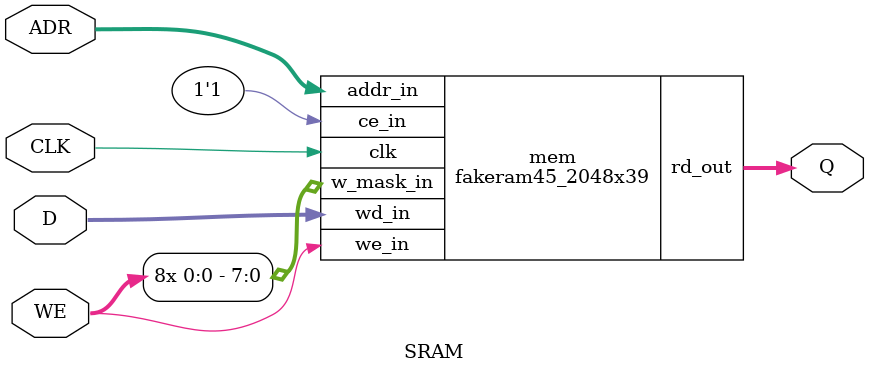
<source format=v>
module fakeram45_2048x39
(
   rd_out,
   addr_in,
   we_in,
   wd_in,
   w_mask_in,
   clk,
   ce_in
);
   parameter BITS = 8;
   parameter WORD_DEPTH = 8;
   parameter ADDR_WIDTH = 8;
   parameter corrupt_mem_on_X_p = 1;

   output reg [BITS-1:0]    rd_out;
   input  [ADDR_WIDTH-1:0]  addr_in;
   input                    we_in;
   input  [BITS-1:0]        wd_in;
   input  [BITS-1:0]        w_mask_in;
   input                    clk;
   input                    ce_in;

   reg    [BITS-1:0]        mem [0:WORD_DEPTH-1];

   integer j;

   always @(posedge clk)
   begin
      if (ce_in)
      begin
         //if ((we_in !== 1'b1 && we_in !== 1'b0) && corrupt_mem_on_X_p)
         if (corrupt_mem_on_X_p &&
             ((^we_in === 1'bx) || (^addr_in === 1'bx))
            )
         begin
            // WEN or ADDR is unknown, so corrupt entire array (using unsynthesizeable for loop)
            for (j = 0; j < WORD_DEPTH; j = j + 1)
               mem[j] <= 'x;
            $display("warning: ce_in=1, we_in is %b, addr_in = %x in fakeram45_2048x39", we_in, addr_in);
         end
         else if (we_in)
         begin
            mem[addr_in] <= (wd_in & w_mask_in) | (mem[addr_in] & ~w_mask_in);
         end
         // read
         rd_out <= 3;//mem[addr_in];
      end
      else
      begin
         // Make sure read fails if ce_in is low
         rd_out <= 'x;
      end
   end
endmodule

//SRAM wrapper. It internnaly uses regfile or lib/lef created by fakeram.
//This is adopted from:
//https://github.com/The-OpenROAD-Project/OpenROAD-flow-scripts/blob/master/flow/designs/nangate45/swerv/macros.v
module SRAM(CLK, ADR, D, Q, WE);
  input CLK, WE;
  input [7:0] ADR;
  input [7:0] D;
  output [7:0] Q;
  wire CLK, WE;
  wire [7:0] ADR;
  wire [7:0] D;
  wire [7:0] Q;

  fakeram45_2048x39 mem (
    .clk      (CLK     ),
    .rd_out   (Q       ),
    .ce_in    (1'b1    ),
    .we_in    (WE      ),
    .w_mask_in({8{WE}}),
    .addr_in  (ADR     ),
    .wd_in    (D       )
  );

endmodule

</source>
